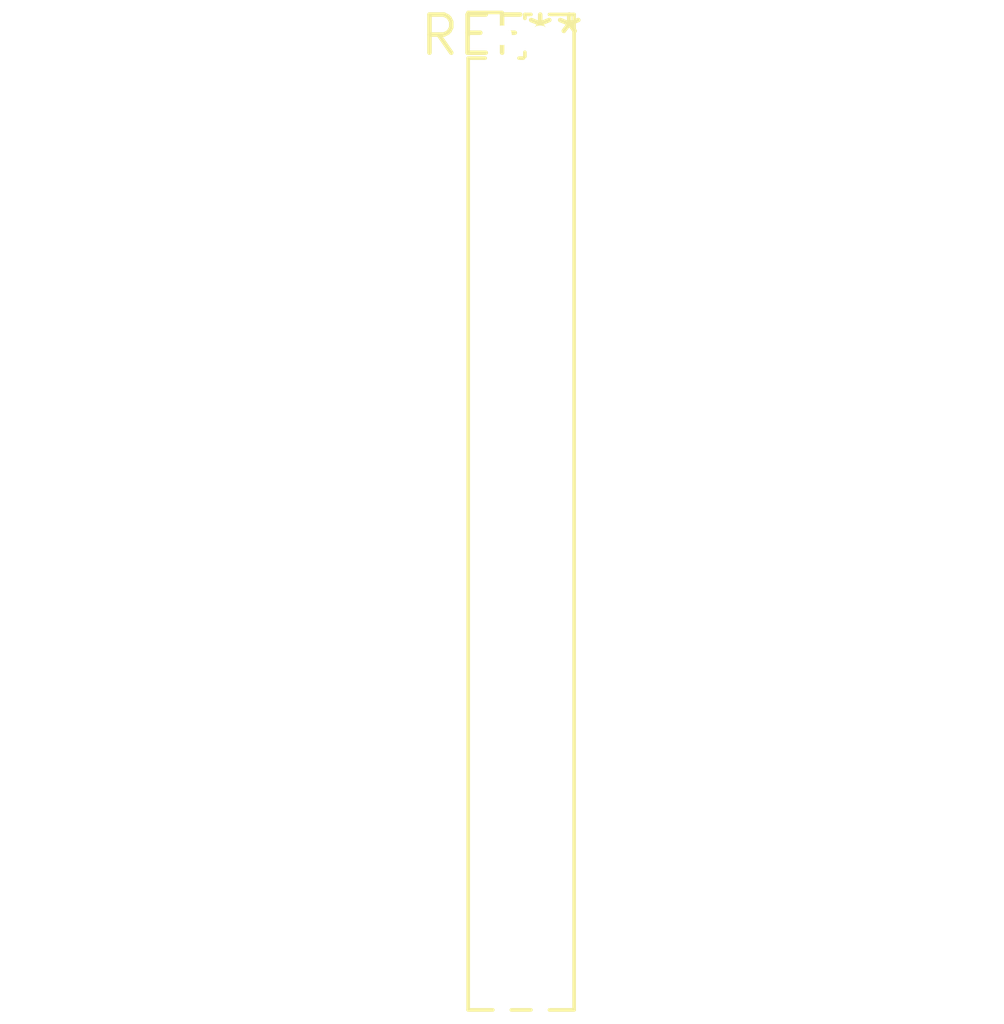
<source format=kicad_pcb>
(kicad_pcb (version 20240108) (generator pcbnew)
  (layers (0 "F.Cu" signal) (31 "B.Cu" signal) (34 "B.Paste" user) (35 "F.Paste" user) (36 "B.SilkS" user "B.Silkscreen") (37 "F.SilkS" user "F.Silkscreen") (38 "B.Mask" user) (39 "F.Mask" user) (44 "Edge.Cuts" user))
  (net 0 "")
  (footprint "PinHeader_2x26_P1.27mm_Vertical" (layer "F.Cu") (at 0 0)
    (property "Reference" "REF**")
    (property "Value" "PinHeader_2x26_P1.27mm_Vertical")
    (fp_line (start -1.13 -0.76) (end 0 -0.76) (layer "F.SilkS") (stroke (width 0.12)))
    (fp_line (start -1.13 0) (end -1.13 -0.76) (layer "F.SilkS") (stroke (width 0.12)))
    (fp_line (start -1.13 0.76) (end -1.13 32.445) (layer "F.SilkS") (stroke (width 0.12)))
    (fp_line (start -1.13 0.76) (end -0.563471 0.76) (layer "F.SilkS") (stroke (width 0.12)))
    (fp_line (start -1.13 32.445) (end -0.30753 32.445) (layer "F.SilkS") (stroke (width 0.12)))
    (fp_line (start 0.30753 32.445) (end 0.96247 32.445) (layer "F.SilkS") (stroke (width 0.12)))
    (fp_line (start 0.563471 0.76) (end 0.706529 0.76) (layer "F.SilkS") (stroke (width 0.12)))
    (fp_line (start 0.76 -0.695) (end 0.96247 -0.695) (layer "F.SilkS") (stroke (width 0.12)))
    (fp_line (start 0.76 -0.563471) (end 0.76 -0.695) (layer "F.SilkS") (stroke (width 0.12)))
    (fp_line (start 0.76 0.706529) (end 0.76 0.563471) (layer "F.SilkS") (stroke (width 0.12)))
    (fp_line (start 1.57753 -0.695) (end 2.4 -0.695) (layer "F.SilkS") (stroke (width 0.12)))
    (fp_line (start 1.57753 32.445) (end 2.4 32.445) (layer "F.SilkS") (stroke (width 0.12)))
    (fp_line (start 2.4 -0.695) (end 2.4 32.445) (layer "F.SilkS") (stroke (width 0.12)))
    (pad "1" thru_hole rect (at 0 0) (size 1 1) (drill 0.65) (layers *.Cu *.Mask) (remove_unused_layers))
    (pad "2" thru_hole oval (at 1.27 0) (size 1 1) (drill 0.65) (layers *.Cu *.Mask) (remove_unused_layers))
    (pad "3" thru_hole oval (at 0 1.27) (size 1 1) (drill 0.65) (layers *.Cu *.Mask) (remove_unused_layers))
    (pad "4" thru_hole oval (at 1.27 1.27) (size 1 1) (drill 0.65) (layers *.Cu *.Mask) (remove_unused_layers))
    (pad "5" thru_hole oval (at 0 2.54) (size 1 1) (drill 0.65) (layers *.Cu *.Mask) (remove_unused_layers))
    (pad "6" thru_hole oval (at 1.27 2.54) (size 1 1) (drill 0.65) (layers *.Cu *.Mask) (remove_unused_layers))
    (pad "7" thru_hole oval (at 0 3.81) (size 1 1) (drill 0.65) (layers *.Cu *.Mask) (remove_unused_layers))
    (pad "8" thru_hole oval (at 1.27 3.81) (size 1 1) (drill 0.65) (layers *.Cu *.Mask) (remove_unused_layers))
    (pad "9" thru_hole oval (at 0 5.08) (size 1 1) (drill 0.65) (layers *.Cu *.Mask) (remove_unused_layers))
    (pad "10" thru_hole oval (at 1.27 5.08) (size 1 1) (drill 0.65) (layers *.Cu *.Mask) (remove_unused_layers))
    (pad "11" thru_hole oval (at 0 6.35) (size 1 1) (drill 0.65) (layers *.Cu *.Mask) (remove_unused_layers))
    (pad "12" thru_hole oval (at 1.27 6.35) (size 1 1) (drill 0.65) (layers *.Cu *.Mask) (remove_unused_layers))
    (pad "13" thru_hole oval (at 0 7.62) (size 1 1) (drill 0.65) (layers *.Cu *.Mask) (remove_unused_layers))
    (pad "14" thru_hole oval (at 1.27 7.62) (size 1 1) (drill 0.65) (layers *.Cu *.Mask) (remove_unused_layers))
    (pad "15" thru_hole oval (at 0 8.89) (size 1 1) (drill 0.65) (layers *.Cu *.Mask) (remove_unused_layers))
    (pad "16" thru_hole oval (at 1.27 8.89) (size 1 1) (drill 0.65) (layers *.Cu *.Mask) (remove_unused_layers))
    (pad "17" thru_hole oval (at 0 10.16) (size 1 1) (drill 0.65) (layers *.Cu *.Mask) (remove_unused_layers))
    (pad "18" thru_hole oval (at 1.27 10.16) (size 1 1) (drill 0.65) (layers *.Cu *.Mask) (remove_unused_layers))
    (pad "19" thru_hole oval (at 0 11.43) (size 1 1) (drill 0.65) (layers *.Cu *.Mask) (remove_unused_layers))
    (pad "20" thru_hole oval (at 1.27 11.43) (size 1 1) (drill 0.65) (layers *.Cu *.Mask) (remove_unused_layers))
    (pad "21" thru_hole oval (at 0 12.7) (size 1 1) (drill 0.65) (layers *.Cu *.Mask) (remove_unused_layers))
    (pad "22" thru_hole oval (at 1.27 12.7) (size 1 1) (drill 0.65) (layers *.Cu *.Mask) (remove_unused_layers))
    (pad "23" thru_hole oval (at 0 13.97) (size 1 1) (drill 0.65) (layers *.Cu *.Mask) (remove_unused_layers))
    (pad "24" thru_hole oval (at 1.27 13.97) (size 1 1) (drill 0.65) (layers *.Cu *.Mask) (remove_unused_layers))
    (pad "25" thru_hole oval (at 0 15.24) (size 1 1) (drill 0.65) (layers *.Cu *.Mask) (remove_unused_layers))
    (pad "26" thru_hole oval (at 1.27 15.24) (size 1 1) (drill 0.65) (layers *.Cu *.Mask) (remove_unused_layers))
    (pad "27" thru_hole oval (at 0 16.51) (size 1 1) (drill 0.65) (layers *.Cu *.Mask) (remove_unused_layers))
    (pad "28" thru_hole oval (at 1.27 16.51) (size 1 1) (drill 0.65) (layers *.Cu *.Mask) (remove_unused_layers))
    (pad "29" thru_hole oval (at 0 17.78) (size 1 1) (drill 0.65) (layers *.Cu *.Mask) (remove_unused_layers))
    (pad "30" thru_hole oval (at 1.27 17.78) (size 1 1) (drill 0.65) (layers *.Cu *.Mask) (remove_unused_layers))
    (pad "31" thru_hole oval (at 0 19.05) (size 1 1) (drill 0.65) (layers *.Cu *.Mask) (remove_unused_layers))
    (pad "32" thru_hole oval (at 1.27 19.05) (size 1 1) (drill 0.65) (layers *.Cu *.Mask) (remove_unused_layers))
    (pad "33" thru_hole oval (at 0 20.32) (size 1 1) (drill 0.65) (layers *.Cu *.Mask) (remove_unused_layers))
    (pad "34" thru_hole oval (at 1.27 20.32) (size 1 1) (drill 0.65) (layers *.Cu *.Mask) (remove_unused_layers))
    (pad "35" thru_hole oval (at 0 21.59) (size 1 1) (drill 0.65) (layers *.Cu *.Mask) (remove_unused_layers))
    (pad "36" thru_hole oval (at 1.27 21.59) (size 1 1) (drill 0.65) (layers *.Cu *.Mask) (remove_unused_layers))
    (pad "37" thru_hole oval (at 0 22.86) (size 1 1) (drill 0.65) (layers *.Cu *.Mask) (remove_unused_layers))
    (pad "38" thru_hole oval (at 1.27 22.86) (size 1 1) (drill 0.65) (layers *.Cu *.Mask) (remove_unused_layers))
    (pad "39" thru_hole oval (at 0 24.13) (size 1 1) (drill 0.65) (layers *.Cu *.Mask) (remove_unused_layers))
    (pad "40" thru_hole oval (at 1.27 24.13) (size 1 1) (drill 0.65) (layers *.Cu *.Mask) (remove_unused_layers))
    (pad "41" thru_hole oval (at 0 25.4) (size 1 1) (drill 0.65) (layers *.Cu *.Mask) (remove_unused_layers))
    (pad "42" thru_hole oval (at 1.27 25.4) (size 1 1) (drill 0.65) (layers *.Cu *.Mask) (remove_unused_layers))
    (pad "43" thru_hole oval (at 0 26.67) (size 1 1) (drill 0.65) (layers *.Cu *.Mask) (remove_unused_layers))
    (pad "44" thru_hole oval (at 1.27 26.67) (size 1 1) (drill 0.65) (layers *.Cu *.Mask) (remove_unused_layers))
    (pad "45" thru_hole oval (at 0 27.94) (size 1 1) (drill 0.65) (layers *.Cu *.Mask) (remove_unused_layers))
    (pad "46" thru_hole oval (at 1.27 27.94) (size 1 1) (drill 0.65) (layers *.Cu *.Mask) (remove_unused_layers))
    (pad "47" thru_hole oval (at 0 29.21) (size 1 1) (drill 0.65) (layers *.Cu *.Mask) (remove_unused_layers))
    (pad "48" thru_hole oval (at 1.27 29.21) (size 1 1) (drill 0.65) (layers *.Cu *.Mask) (remove_unused_layers))
    (pad "49" thru_hole oval (at 0 30.48) (size 1 1) (drill 0.65) (layers *.Cu *.Mask) (remove_unused_layers))
    (pad "50" thru_hole oval (at 1.27 30.48) (size 1 1) (drill 0.65) (layers *.Cu *.Mask) (remove_unused_layers))
    (pad "51" thru_hole oval (at 0 31.75) (size 1 1) (drill 0.65) (layers *.Cu *.Mask) (remove_unused_layers))
    (pad "52" thru_hole oval (at 1.27 31.75) (size 1 1) (drill 0.65) (layers *.Cu *.Mask) (remove_unused_layers))
  )
)
</source>
